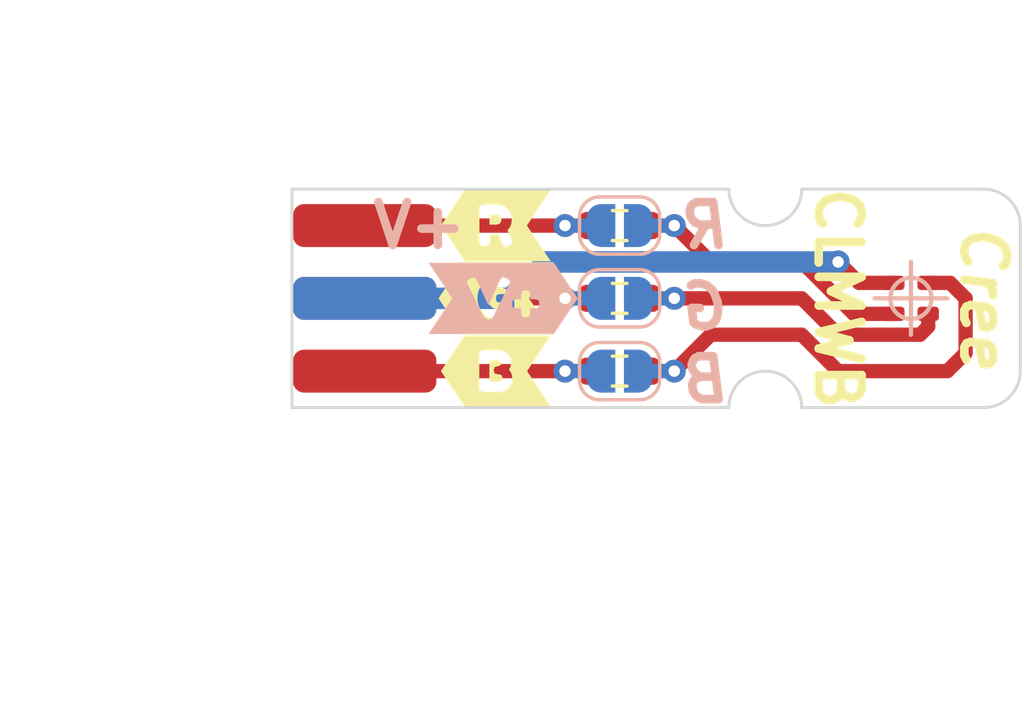
<source format=kicad_pcb>
(kicad_pcb (version 20221018) (generator pcbnew)
  (title_block (title "Cree CLMWB RGB Demo ") (date "2023-01-24") (rev "1"))
  (layers (0 "F.Cu" signal) (31 "B.Cu" signal) (34 "B.Paste" user) (35 "F.Paste" user) (36 "B.SilkS" user "B.Silkscreen") (37 "F.SilkS" user "F.Silkscreen") (38 "B.Mask" user) (39 "F.Mask" user) (44 "Edge.Cuts" user))
  (net 0 "")
  (net 1 "Net-(D1-Pad1)")
  (net 2 "/D1_R")
  (net 3 "/D1_G")
  (net 4 "/D1_B")
  (net 5 "/R")
  (net 6 "/G")
  (net 7 "/B")
  (footprint "Connector_Wire:SolderWirePad_1x01_SMD_1x2mm" (layer "F.Cu") (at 109.22 110.49 90)
    (fp_text reference "J4" hide)
    (fp_text value "Conn_01x01" hide)
    (pad "1" smd roundrect (at 0 0 90) (size 1.5 5) (layers "F.Cu" "F.Paste" "F.Mask") (net 7 "/B"))
  )
  (footprint "MyModules:CLMWB-FKC" (layer "F.Cu") (at 128.27 107.95)
    (fp_text reference "D1" hide)
    (fp_text value "LED_ARGB")
    (pad "1" smd roundrect (at -0.6 -0.54) (size 0.75 0.5) (layers "F.Cu" "F.Paste" "F.Mask") (net 1 "Net-(D1-Pad1)"))
    (pad "2" smd roundrect (at -0.6 0.54) (size 0.75 0.5) (layers "F.Cu" "F.Paste" "F.Mask") (net 2 "/D1_R"))
    (pad "3" smd roundrect (at 0.6 0.54) (size 0.75 0.5) (layers "F.Cu" "F.Paste" "F.Mask") (net 3 "/D1_G"))
    (pad "4" smd roundrect (at 0.6 -0.54) (size 0.75 0.5) (layers "F.Cu" "F.Paste" "F.Mask") (net 4 "/D1_B"))
  )
  (footprint "kibuzzard-63977FE2" (layer "F.Cu") (at 113.792 105.41)
    (fp_text reference "kibuzzard-63977FE2" hide)
    (fp_text value "G***" hide)
    (fp_poly (pts (xy -0.220266 -0.030758) (xy 0.033734 -0.030758) (xy 0.148828 -0.074414) (xy 0.206375 -0.205383) (xy 0.148828 -0.337344) (xy 0.029766 -0.381992) (xy -0.220266 -0.381992) (xy -0.220266 -0.030758)) (fill solid) (layer "F.SilkS"))
    (fp_poly (pts (xy -0.5715 -1.245857) (xy -0.394891 -0.733227) (xy 0.033734 -0.733227) (xy 0.149049 -0.719115) (xy 0.262158 -0.676782) (xy 0.373063 -0.606227) (xy 0.445492 -0.533797) (xy 0.504031 -0.439539) (xy 0.542727 -0.328414) (xy 0.555625 -0.205383) (xy 0.539089 -0.064713) (xy 0.489479 0.058319) (xy 0.406797 0.163711) (xy 0.441193 0.24507) (xy 0.486172 0.348919) (xy 0.541734 0.475258) (xy 0.5715 0.578445) (xy 0.540742 0.647898) (xy 0.448469 0.705445) (xy 0.346273 0.733227) (xy 0.282773 0.714375) (xy 0.246063 0.67568) (xy 0.220045 0.619015) (xy 0.168451 0.499291) (xy 0.091281 0.316508) (xy 0.029766 0.320477) (xy -0.220266 0.320477) (xy -0.220266 0.544711) (xy -0.223242 0.613172) (xy -0.242094 0.665758) (xy -0.29468 0.705941) (xy -0.396875 0.719336) (xy -0.507008 0.70098) (xy -0.559594 0.645914) (xy -0.5715 0.542727) (xy -0.5715 -0.558602) (xy -0.568523 -0.627063) (xy -0.549672 -0.679648) (xy -0.497086 -0.719832) (xy -0.394891 -0.733227) (xy -0.5715 -1.245857) (xy -1.08413 -1.245857) (xy -1.914701 0) (xy -1.08413 1.245857) (xy -0.5715 1.245857) (xy 0.5715 1.245857) (xy 1.08413 1.245857) (xy 1.914701 1.245857) (xy 1.08413 0) (xy 1.914701 -1.245857) (xy 1.08413 -1.245857) (xy 0.5715 -1.245857) (xy -0.5715 -1.245857)) (fill solid) (layer "F.SilkS"))
  )
  (footprint "Resistor_SMD:R_0603_1608Metric_Pad0.98x0.95mm_HandSolder" (layer "F.Cu") (at 118.11 110.49 180)
    (fp_text reference "R3" hide)
    (fp_text value "300R" hide)
    (fp_line (start -0.254724 -0.5225) (end 0.254724 -0.5225) (stroke (width 0.12)) (layer "F.SilkS"))
    (fp_line (start -0.254724 0.5225) (end 0.254724 0.5225) (stroke (width 0.12)) (layer "F.SilkS"))
    (pad "1" smd roundrect (at -0.9125 0 180) (size 0.975 0.95) (layers "F.Cu" "F.Paste" "F.Mask") (net 4 "/D1_B"))
    (pad "2" smd roundrect (at 0.9125 0 180) (size 0.975 0.95) (layers "F.Cu" "F.Paste" "F.Mask") (net 7 "/B"))
  )
  (footprint "Connector_Wire:SolderWirePad_1x01_SMD_1x2mm" (layer "F.Cu") (at 109.22 107.95 90)
    (fp_text reference "J3" hide)
    (fp_text value "Conn_01x01" hide)
    (pad "1" smd roundrect (at 0 0 90) (size 1.5 5) (layers "F.Cu" "F.Paste" "F.Mask") (net 6 "/G"))
  )
  (footprint "KiKit:Tab" (layer "F.Cu") (at 114.046 112.014 90)
    (fp_text reference "REF**" hide)
    (fp_text value "Tab")
  )
  (footprint "kibuzzard-63977FEE" (layer "F.Cu") (at 113.792 107.95)
    (fp_text reference "kibuzzard-63977FEE" hide)
    (fp_text value "G***" hide)
    (fp_poly (pts (xy -0.64393 -1.262724) (xy -0.305594 -0.631217) (xy -0.179586 -0.69726) (xy -0.043656 -0.736885) (xy 0.102195 -0.750094) (xy 0.255433 -0.732896) (xy 0.402938 -0.681302) (xy 0.544711 -0.595313) (xy 0.598289 -0.507008) (xy 0.552648 -0.394891) (xy 0.47873 -0.316012) (xy 0.411758 -0.289719) (xy 0.290711 -0.344289) (xy 0.19943 -0.385217) (xy 0.092273 -0.398859) (xy -0.050105 -0.372318) (xy -0.175617 -0.292695) (xy -0.263426 -0.17016) (xy -0.292695 -0.014883) (xy -0.279466 0.093817) (xy -0.239779 0.191051) (xy -0.173633 0.27682) (xy -0.046633 0.366861) (xy 0.096242 0.396875) (xy 0.199926 0.387945) (xy 0.292695 0.361156) (xy 0.292695 0.144859) (xy 0.13593 0.144859) (xy 0.048617 0.128984) (xy 0.014883 0.082352) (xy 0.006945 -0.000992) (xy 0.015875 -0.085328) (xy 0.048617 -0.128984) (xy 0.143867 -0.146844) (xy 0.493117 -0.146844) (xy 0.624086 -0.091281) (xy 0.64393 0.019844) (xy 0.64393 0.456406) (xy 0.588367 0.577453) (xy 0.494605 0.652983) (xy 0.380008 0.706934) (xy 0.244574 0.739304) (xy 0.088305 0.750094) (xy -0.054694 0.736141) (xy -0.18802 0.694283) (xy -0.311671 0.62452) (xy -0.425648 0.526852) (xy -0.521146 0.409463) (xy -0.589359 0.280541) (xy -0.630287 0.140084) (xy -0.64393 -0.011906) (xy -0.630039 -0.163153) (xy -0.588367 -0.301377) (xy -0.518914 -0.426579) (xy -0.42168 -0.538758) (xy -0.305594 -0.631217) (xy -0.64393 -1.262724) (xy -1.15656 -1.262724) (xy -1.998376 0) (xy -1.15656 1.262724) (xy -0.64393 1.262724) (xy 0.64393 1.262724) (xy 1.15656 1.262724) (xy 1.998376 1.262724) (xy 1.15656 0) (xy 1.998376 -1.262724) (xy 1.15656 -1.262724) (xy 0.64393 -1.262724) (xy -0.64393 -1.262724)) (fill solid) (layer "F.SilkS"))
  )
  (footprint "Resistor_SMD:R_0603_1608Metric_Pad0.98x0.95mm_HandSolder" (layer "F.Cu") (at 118.11 105.41 180)
    (fp_text reference "R1" hide)
    (fp_text value "270R" hide)
    (fp_line (start -0.254724 -0.5225) (end 0.254724 -0.5225) (stroke (width 0.12)) (layer "F.SilkS"))
    (fp_line (start -0.254724 0.5225) (end 0.254724 0.5225) (stroke (width 0.12)) (layer "F.SilkS"))
    (pad "1" smd roundrect (at -0.9125 0 180) (size 0.975 0.95) (layers "F.Cu" "F.Paste" "F.Mask") (net 2 "/D1_R"))
    (pad "2" smd roundrect (at 0.9125 0 180) (size 0.975 0.95) (layers "F.Cu" "F.Paste" "F.Mask") (net 5 "/R"))
  )
  (footprint "kibuzzard-63977FFA" (layer "F.Cu") (at 113.792 110.49)
    (fp_text reference "kibuzzard-63977FFA" hide)
    (fp_text value "G***" hide)
    (fp_poly (pts (xy 0.225227 0.241102) (xy 0.214313 0.165695) (xy 0.177602 0.126008) (xy 0.066477 0.110133) (xy -0.04068 0.082352) (xy -0.076398 -0.03175) (xy -0.039688 -0.145852) (xy 0.082352 -0.173633) (xy 0.177602 -0.215305) (xy 0.183555 -0.286742) (xy 0.150813 -0.356195) (xy 0.052586 -0.376039) (xy -0.225227 -0.376039) (xy -0.225227 0.376039) (xy 0.100211 0.376039) (xy 0.193973 0.342305) (xy 0.225227 0.241102)) (fill solid) (layer "F.SilkS"))
    (fp_poly (pts (xy -0.576461 -1.239904) (xy -0.399852 -0.727273) (xy 0.100211 -0.727273) (xy 0.215305 -0.713162) (xy 0.317169 -0.670829) (xy 0.405805 -0.600273) (xy 0.477463 -0.508551) (xy 0.520457 -0.405364) (xy 0.534789 -0.290711) (xy 0.515938 -0.165199) (xy 0.459383 -0.050602) (xy 0.524426 0.045751) (xy 0.563452 0.1496) (xy 0.576461 0.260945) (xy 0.559594 0.386071) (xy 0.514284 0.496865) (xy 0.440531 0.593328) (xy 0.346273 0.667742) (xy 0.239448 0.712391) (xy 0.120055 0.727273) (xy -0.401836 0.727273) (xy -0.511969 0.708422) (xy -0.564555 0.651867) (xy -0.576461 0.54868) (xy -0.576461 -0.552648) (xy -0.573484 -0.622102) (xy -0.554633 -0.673695) (xy -0.502047 -0.713879) (xy -0.399852 -0.727273) (xy -0.576461 -1.239904) (xy -1.089091 -1.239904) (xy -1.915694 0) (xy -1.089091 1.239904) (xy -0.576461 1.239904) (xy 0.576461 1.239904) (xy 1.089091 1.239904) (xy 1.915694 1.239904) (xy 1.089091 0) (xy 1.915694 -1.239904) (xy 1.089091 -1.239904) (xy 0.576461 -1.239904) (xy -0.576461 -1.239904)) (fill solid) (layer "F.SilkS"))
  )
  (footprint "Resistor_SMD:R_0603_1608Metric_Pad0.98x0.95mm_HandSolder" (layer "F.Cu") (at 118.11 107.95 180)
    (fp_text reference "R2" hide)
    (fp_text value "330R" hide)
    (fp_line (start -0.254724 -0.5225) (end 0.254724 -0.5225) (stroke (width 0.12)) (layer "F.SilkS"))
    (fp_line (start -0.254724 0.5225) (end 0.254724 0.5225) (stroke (width 0.12)) (layer "F.SilkS"))
    (pad "1" smd roundrect (at -0.9125 0 180) (size 0.975 0.95) (layers "F.Cu" "F.Paste" "F.Mask") (net 3 "/D1_G"))
    (pad "2" smd roundrect (at 0.9125 0 180) (size 0.975 0.95) (layers "F.Cu" "F.Paste" "F.Mask") (net 6 "/G"))
  )
  (footprint "KiKit:Tab" (layer "F.Cu") (at 114.046 103.886 -90)
    (fp_text reference "REF**" hide)
    (fp_text value "Tab")
  )
  (footprint "Connector_Wire:SolderWirePad_1x01_SMD_1x2mm" (layer "F.Cu") (at 109.22 105.41 90)
    (fp_text reference "J2" hide)
    (fp_text value "Conn_01x01" hide)
    (pad "1" smd roundrect (at 0 0 90) (size 1.5 5) (layers "F.Cu" "F.Paste" "F.Mask") (net 5 "/R"))
  )
  (footprint "Jumper:SolderJumper-2_P1.3mm_Open_RoundedPad1.0x1.5mm" (layer "B.Cu") (at 118.11 105.41 180)
    (fp_text reference "JP1" hide)
    (fp_text value "SolderJumper_2_Open" hide)
    (fp_line (start -1.4 -0.3) (end -1.4 0.3) (stroke (width 0.12)) (layer "B.SilkS"))
    (fp_line (start -0.7 1) (end 0.7 1) (stroke (width 0.12)) (layer "B.SilkS"))
    (fp_line (start 0.7 -1) (end -0.7 -1) (stroke (width 0.12)) (layer "B.SilkS"))
    (fp_line (start 1.4 0.3) (end 1.4 -0.3) (stroke (width 0.12)) (layer "B.SilkS"))
    (fp_arc (start -1.4 -0.3) (mid -1.194975 -0.794975) (end -0.7 -1) (stroke (width 0.12)) (layer "B.SilkS"))
    (fp_arc (start -0.7 1) (mid -1.194975 0.794975) (end -1.4 0.3) (stroke (width 0.12)) (layer "B.SilkS"))
    (fp_arc (start 0.7 -1) (mid 1.194975 -0.794975) (end 1.4 -0.3) (stroke (width 0.12)) (layer "B.SilkS"))
    (fp_arc (start 1.4 0.3) (mid 1.194975 0.794975) (end 0.7 1) (stroke (width 0.12)) (layer "B.SilkS"))
    (pad "1" smd custom (at -0.65 0 180) (size 1 0.5) (layers "B.Cu" "B.Mask") (net 2 "/D1_R") (options (clearance outline) (anchor rect)) (primitives (gr_circle (center 0 -0.25) (end 0.5 -0.25) (width 0) (fill yes)) (gr_circle (center 0 0.25) (end 0.5 0.25) (width 0) (fill yes)) (gr_poly (pts (xy 0.5 -0.75) (xy 0 -0.75) (xy 0 0.75) (xy 0.5 0.75)) (width 0) (fill yes))))
    (pad "2" smd custom (at 0.65 0 180) (size 1 0.5) (layers "B.Cu" "B.Mask") (net 5 "/R") (options (clearance outline) (anchor rect)) (primitives (gr_circle (center 0 -0.25) (end 0.5 -0.25) (width 0) (fill yes)) (gr_circle (center 0 0.25) (end 0.5 0.25) (width 0) (fill yes)) (gr_poly (pts (xy 0 -0.75) (xy -0.5 -0.75) (xy -0.5 0.75) (xy 0 0.75)) (width 0) (fill yes))))
  )
  (footprint "Jumper:SolderJumper-2_P1.3mm_Open_RoundedPad1.0x1.5mm" (layer "B.Cu") (at 118.11 110.49 180)
    (fp_text reference "JP3" hide)
    (fp_text value "SolderJumper_2_Open" hide)
    (fp_line (start -1.4 -0.3) (end -1.4 0.3) (stroke (width 0.12)) (layer "B.SilkS"))
    (fp_line (start -0.7 1) (end 0.7 1) (stroke (width 0.12)) (layer "B.SilkS"))
    (fp_line (start 0.7 -1) (end -0.7 -1) (stroke (width 0.12)) (layer "B.SilkS"))
    (fp_line (start 1.4 0.3) (end 1.4 -0.3) (stroke (width 0.12)) (layer "B.SilkS"))
    (fp_arc (start -1.4 -0.3) (mid -1.194975 -0.794975) (end -0.7 -1) (stroke (width 0.12)) (layer "B.SilkS"))
    (fp_arc (start -0.7 1) (mid -1.194975 0.794975) (end -1.4 0.3) (stroke (width 0.12)) (layer "B.SilkS"))
    (fp_arc (start 0.7 -1) (mid 1.194975 -0.794975) (end 1.4 -0.3) (stroke (width 0.12)) (layer "B.SilkS"))
    (fp_arc (start 1.4 0.3) (mid 1.194975 0.794975) (end 0.7 1) (stroke (width 0.12)) (layer "B.SilkS"))
    (pad "1" smd custom (at -0.65 0 180) (size 1 0.5) (layers "B.Cu" "B.Mask") (net 4 "/D1_B") (options (clearance outline) (anchor rect)) (primitives (gr_circle (center 0 -0.25) (end 0.5 -0.25) (width 0) (fill yes)) (gr_circle (center 0 0.25) (end 0.5 0.25) (width 0) (fill yes)) (gr_poly (pts (xy 0.5 -0.75) (xy 0 -0.75) (xy 0 0.75) (xy 0.5 0.75)) (width 0) (fill yes))))
    (pad "2" smd custom (at 0.65 0 180) (size 1 0.5) (layers "B.Cu" "B.Mask") (net 7 "/B") (options (clearance outline) (anchor rect)) (primitives (gr_circle (center 0 -0.25) (end 0.5 -0.25) (width 0) (fill yes)) (gr_circle (center 0 0.25) (end 0.5 0.25) (width 0) (fill yes)) (gr_poly (pts (xy 0 -0.75) (xy -0.5 -0.75) (xy -0.5 0.75) (xy 0 0.75)) (width 0) (fill yes))))
  )
  (footprint "Connector_Wire:SolderWirePad_1x01_SMD_1x2mm" (layer "B.Cu") (at 109.22 107.95 90)
    (fp_text reference "J1" hide)
    (fp_text value "Conn_01x01" hide)
    (pad "1" smd roundrect (at 0 0 90) (size 1.5 5) (layers "B.Cu" "B.Paste" "B.Mask") (net 1 "Net-(D1-Pad1)"))
  )
  (footprint "Jumper:SolderJumper-2_P1.3mm_Open_RoundedPad1.0x1.5mm" (layer "B.Cu") (at 118.11 107.95 180)
    (fp_text reference "JP2" hide)
    (fp_text value "SolderJumper_2_Open" hide)
    (fp_line (start -1.4 -0.3) (end -1.4 0.3) (stroke (width 0.12)) (layer "B.SilkS"))
    (fp_line (start -0.7 1) (end 0.7 1) (stroke (width 0.12)) (layer "B.SilkS"))
    (fp_line (start 0.7 -1) (end -0.7 -1) (stroke (width 0.12)) (layer "B.SilkS"))
    (fp_line (start 1.4 0.3) (end 1.4 -0.3) (stroke (width 0.12)) (layer "B.SilkS"))
    (fp_arc (start -1.4 -0.3) (mid -1.194975 -0.794975) (end -0.7 -1) (stroke (width 0.12)) (layer "B.SilkS"))
    (fp_arc (start -0.7 1) (mid -1.194975 0.794975) (end -1.4 0.3) (stroke (width 0.12)) (layer "B.SilkS"))
    (fp_arc (start 0.7 -1) (mid 1.194975 -0.794975) (end 1.4 -0.3) (stroke (width 0.12)) (layer "B.SilkS"))
    (fp_arc (start 1.4 0.3) (mid 1.194975 0.794975) (end 0.7 1) (stroke (width 0.12)) (layer "B.SilkS"))
    (pad "1" smd custom (at -0.65 0 180) (size 1 0.5) (layers "B.Cu" "B.Mask") (net 3 "/D1_G") (options (clearance outline) (anchor rect)) (primitives (gr_circle (center 0 -0.25) (end 0.5 -0.25) (width 0) (fill yes)) (gr_circle (center 0 0.25) (end 0.5 0.25) (width 0) (fill yes)) (gr_poly (pts (xy 0.5 -0.75) (xy 0 -0.75) (xy 0 0.75) (xy 0.5 0.75)) (width 0) (fill yes))))
    (pad "2" smd custom (at 0.65 0 180) (size 1 0.5) (layers "B.Cu" "B.Mask") (net 6 "/G") (options (clearance outline) (anchor rect)) (primitives (gr_circle (center 0 -0.25) (end 0.5 -0.25) (width 0) (fill yes)) (gr_circle (center 0 0.25) (end 0.5 0.25) (width 0) (fill yes)) (gr_poly (pts (xy 0 -0.75) (xy -0.5 -0.75) (xy -0.5 0.75) (xy 0 0.75)) (width 0) (fill yes))))
  )
  (footprint "kibuzzard-6397800D" (layer "B.Cu") (at 114.046 107.95 180)
    (fp_text reference "kibuzzard-6397800D" hide)
    (fp_text value "G***" hide)
    (fp_poly (pts (xy -1.260078 1.244865) (xy -0.785813 0.281781) (xy -0.695523 0.270867) (xy -0.646906 0.234156) (xy -0.629047 0.125016) (xy -0.629047 -0.033734) (xy -0.468313 -0.033734) (xy -0.367109 -0.050602) (xy -0.324445 -0.101203) (xy -0.313531 -0.191492) (xy 0.343297 -0.635) (xy -0.204391 0.47625) (xy -0.234156 0.5715) (xy -0.204887 0.637977) (xy -0.117078 0.6985) (xy -0.016867 0.732234) (xy 0.035719 0.724297) (xy 0.069453 0.696516) (xy 0.102195 0.64393) (xy 0.128736 0.588367) (xy 0.178594 0.479227) (xy 0.242342 0.33908) (xy 0.310555 0.1905) (xy 0.379016 0.04192) (xy 0.443508 -0.098227) (xy 0.492373 -0.204143) (xy 0.513953 -0.250031) (xy 0.910828 0.619125) (xy 0.938609 0.678656) (xy 1.025922 0.732234) (xy 1.143 0.6985) (xy 1.230809 0.637977) (xy 1.260078 0.5715) (xy 1.230313 0.47625) (xy 0.682625 -0.635) (xy 0.616148 -0.705445) (xy 0.523875 -0.732234) (xy 0.504031 -0.732234) (xy 0.409773 -0.705445) (xy 0.343297 -0.635) (xy -0.313531 -0.191492) (xy -0.323453 -0.281781) (xy -0.357188 -0.329406) (xy -0.458391 -0.347266) (xy -0.629047 -0.347266) (xy -0.629047 -0.508) (xy -0.645914 -0.609203) (xy -0.696516 -0.651867) (xy -0.786805 -0.662781) (xy -0.877094 -0.651867) (xy -0.924719 -0.615156) (xy -0.942578 -0.506016) (xy -0.942578 -0.347266) (xy -1.115219 -0.347266) (xy -1.210469 -0.331391) (xy -1.250156 -0.280789) (xy -1.260078 -0.1905) (xy -1.249164 -0.100211) (xy -1.210469 -0.051594) (xy -1.101328 -0.033734) (xy -0.942578 -0.033734) (xy -0.942578 0.127) (xy -0.926703 0.228203) (xy -0.876102 0.270867) (xy -0.785813 0.281781) (xy -1.260078 1.244865) (xy -1.772708 1.244865) (xy -2.602618 0) (xy -1.772708 -1.244865) (xy -1.260078 -1.244865) (xy 1.260078 -1.244865) (xy 1.772708 -1.244865) (xy 2.602618 -1.244865) (xy 1.772708 0) (xy 2.602618 1.244865) (xy 1.772708 1.244865) (xy 1.260078 1.244865) (xy -1.260078 1.244865)) (fill solid) (layer "B.SilkS"))
  )
  (gr_line (start 128.27 106.68) (end 128.27 109.22) (stroke (width 0.15)) (layer "B.SilkS"))
  (gr_circle (center 128.27 107.95) (end 128.778 107.442) (stroke (width 0.15)) (fill none) (layer "B.SilkS"))
  (gr_line (start 127 107.95) (end 129.54 107.95) (stroke (width 0.15)) (layer "B.SilkS"))
  (gr_line (start 106.68 111.76) (end 121.92 111.76) (stroke (width 0.1)) (layer "Edge.Cuts"))
  (gr_line (start 124.46 104.14) (end 130.81 104.14) (stroke (width 0.1)) (layer "Edge.Cuts"))
  (gr_line (start 106.68 104.14) (end 106.68 111.76) (stroke (width 0.1)) (layer "Edge.Cuts"))
  (gr_line (start 130.81 111.76) (end 124.46 111.76) (stroke (width 0.1)) (layer "Edge.Cuts"))
  (gr_arc (start 132.08 110.49) (mid 131.708026 111.388026) (end 130.81 111.76) (stroke (width 0.1)) (layer "Edge.Cuts"))
  (gr_arc (start 130.81 104.14) (mid 131.708026 104.511974) (end 132.08 105.41) (stroke (width 0.1)) (layer "Edge.Cuts"))
  (gr_line (start 132.08 105.41) (end 132.08 110.49) (stroke (width 0.1)) (layer "Edge.Cuts"))
  (gr_arc (start 121.92 111.76) (mid 123.19 110.49) (end 124.46 111.76) (stroke (width 0.1)) (layer "Edge.Cuts"))
  (gr_line (start 106.68 104.14) (end 121.92 104.14) (stroke (width 0.1)) (layer "Edge.Cuts"))
  (gr_arc (start 124.46 104.14) (mid 123.19 105.41) (end 121.92 104.14) (stroke (width 0.1)) (layer "Edge.Cuts"))
  (gr_text "G" (at 121.158 108.25) (layer "B.SilkS") (effects (font (size 1.5 1.5) (thickness 0.3) italic) (justify mirror)))
  (gr_text "R" (at 121.158 105.41) (layer "B.SilkS") (effects (font (size 1.5 1.5) (thickness 0.3) italic) (justify mirror)))
  (gr_text "+V" (at 111.125 105.41) (layer "B.SilkS") (effects (font (size 1.5 1.5) (thickness 0.3)) (justify mirror)))
  (gr_text "B" (at 121.158 110.79) (layer "B.SilkS") (effects (font (size 1.5 1.5) (thickness 0.3) italic) (justify mirror)))
  (gr_text "CLMWB" (at 125.73 107.95 -90) (layer "F.SilkS") (effects (font (size 1.5 1.5) (thickness 0.3))))
  (gr_text "Cree" (at 130.81 107.95 270) (layer "F.SilkS") (effects (font (size 1.5 1.5) (thickness 0.3) italic)))
  (segment (start 126.46 107.41) (end 125.73 106.68) (width 0.5) (layer "F.Cu") (net 1))
  (segment (start 127.67 107.41) (end 126.46 107.41) (width 0.5) (layer "F.Cu") (net 1))
  (via (at 125.73 106.68) (size 0.8) (drill 0.4) (layers "F.Cu" "B.Cu") (net 1))
  (segment (start 109.22 107.95) (end 114.3 107.95) (width 0.75) (layer "B.Cu") (net 1))
  (segment (start 115.57 106.68) (end 125.73 106.68) (width 0.75) (layer "B.Cu") (net 1))
  (segment (start 114.3 107.95) (end 115.57 106.68) (width 0.75) (layer "B.Cu") (net 1))
  (segment (start 120.015 105.41) (end 121.285 106.68) (width 0.5) (layer "F.Cu") (net 2))
  (segment (start 121.285 106.68) (end 124.46 106.68) (width 0.5) (layer "F.Cu") (net 2))
  (segment (start 124.46 106.68) (end 126.27 108.49) (width 0.5) (layer "F.Cu") (net 2))
  (segment (start 126.27 108.49) (end 127.67 108.49) (width 0.5) (layer "F.Cu") (net 2))
  (segment (start 119.0225 105.41) (end 120.015 105.41) (width 0.5) (layer "F.Cu") (net 2))
  (via (at 120.015 105.41) (size 0.8) (drill 0.4) (layers "F.Cu" "B.Cu") (net 2))
  (segment (start 118.76 105.41) (end 120.015 105.41) (width 0.5) (layer "B.Cu") (net 2))
  (segment (start 128.5875 109.22) (end 125.73 109.22) (width 0.5) (layer "F.Cu") (net 3))
  (segment (start 124.46 107.95) (end 119.0225 107.95) (width 0.5) (layer "F.Cu") (net 3))
  (segment (start 128.87 108.9375) (end 128.5875 109.22) (width 0.5) (layer "F.Cu") (net 3))
  (segment (start 128.87 108.49) (end 128.87 108.9375) (width 0.5) (layer "F.Cu") (net 3))
  (segment (start 125.73 109.22) (end 124.46 107.95) (width 0.5) (layer "F.Cu") (net 3))
  (via (at 120.015 107.95) (size 0.8) (drill 0.4) (layers "F.Cu" "B.Cu") (net 3))
  (segment (start 118.76 107.95) (end 120.015 107.95) (width 0.5) (layer "B.Cu") (net 3))
  (segment (start 124.46 109.22) (end 125.73 110.49) (width 0.5) (layer "F.Cu") (net 4))
  (segment (start 125.73 110.49) (end 129.54 110.49) (width 0.5) (layer "F.Cu") (net 4))
  (segment (start 119.0225 110.49) (end 120.015 110.49) (width 0.5) (layer "F.Cu") (net 4))
  (segment (start 130.175 107.95) (end 129.635 107.41) (width 0.5) (layer "F.Cu") (net 4))
  (segment (start 121.285 109.22) (end 124.46 109.22) (width 0.5) (layer "F.Cu") (net 4))
  (segment (start 120.015 110.49) (end 121.285 109.22) (width 0.5) (layer "F.Cu") (net 4))
  (segment (start 129.635 107.41) (end 128.87 107.41) (width 0.5) (layer "F.Cu") (net 4))
  (segment (start 129.54 110.49) (end 130.175 109.855) (width 0.5) (layer "F.Cu") (net 4))
  (segment (start 130.175 109.855) (end 130.175 107.95) (width 0.5) (layer "F.Cu") (net 4))
  (via (at 120.015 110.49) (size 0.8) (drill 0.4) (layers "F.Cu" "B.Cu") (net 4))
  (segment (start 118.76 110.49) (end 120.015 110.49) (width 0.5) (layer "B.Cu") (net 4))
  (segment (start 109.22 105.41) (end 117.1975 105.41) (width 0.5) (layer "F.Cu") (net 5))
  (via (at 116.205 105.41) (size 0.8) (drill 0.4) (layers "F.Cu" "B.Cu") (net 5))
  (segment (start 117.46 105.41) (end 116.205 105.41) (width 0.5) (layer "B.Cu") (net 5))
  (segment (start 109.22 107.95) (end 117.1975 107.95) (width 0.5) (layer "F.Cu") (net 6))
  (via (at 116.205 107.95) (size 0.8) (drill 0.4) (layers "F.Cu" "B.Cu") (net 6))
  (segment (start 117.46 107.95) (end 116.205 107.95) (width 0.5) (layer "B.Cu") (net 6))
  (segment (start 109.22 110.49) (end 117.1975 110.49) (width 0.5) (layer "F.Cu") (net 7))
  (via (at 116.205 110.49) (size 0.8) (drill 0.4) (layers "F.Cu" "B.Cu") (net 7))
  (segment (start 117.46 110.49) (end 116.205 110.49) (width 0.5) (layer "B.Cu") (net 7))
)
</source>
